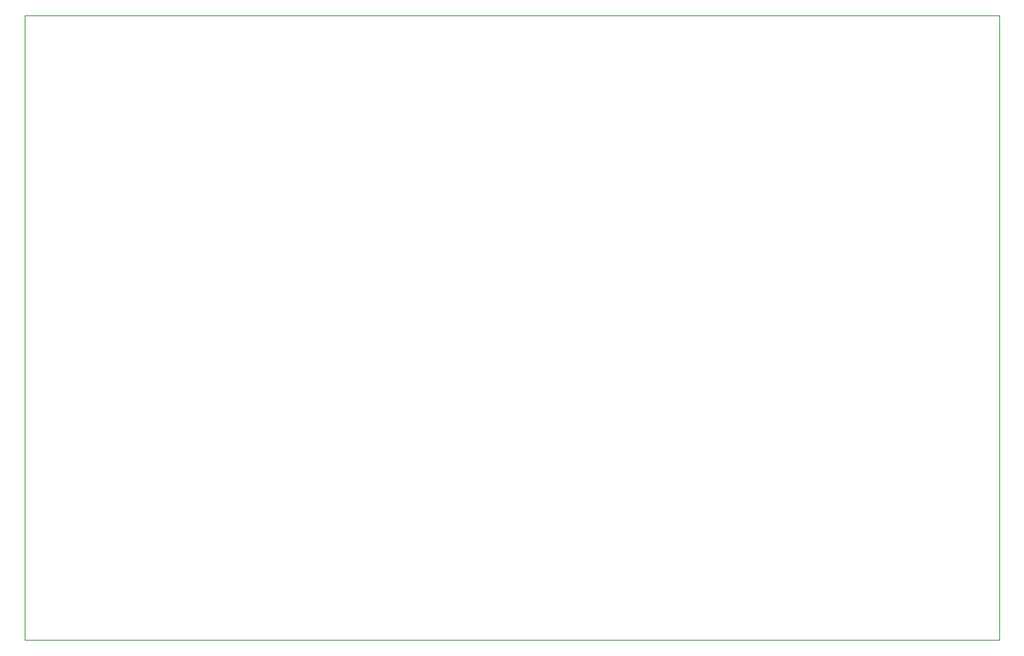
<source format=gbr>
%TF.GenerationSoftware,KiCad,Pcbnew,(5.1.10)-1*%
%TF.CreationDate,2021-06-22T22:03:27+02:00*%
%TF.ProjectId,mister-midi-pcb,6d697374-6572-42d6-9d69-64692d706362,rev?*%
%TF.SameCoordinates,Original*%
%TF.FileFunction,Profile,NP*%
%FSLAX46Y46*%
G04 Gerber Fmt 4.6, Leading zero omitted, Abs format (unit mm)*
G04 Created by KiCad (PCBNEW (5.1.10)-1) date 2021-06-22 22:03:27*
%MOMM*%
%LPD*%
G01*
G04 APERTURE LIST*
%TA.AperFunction,Profile*%
%ADD10C,0.050000*%
%TD*%
G04 APERTURE END LIST*
D10*
X167894000Y-144780000D02*
X167894000Y-76200000D01*
X60960000Y-144780000D02*
X167894000Y-144780000D01*
X60960000Y-76200000D02*
X60960000Y-144780000D01*
X60960000Y-76200000D02*
X167894000Y-76200000D01*
M02*

</source>
